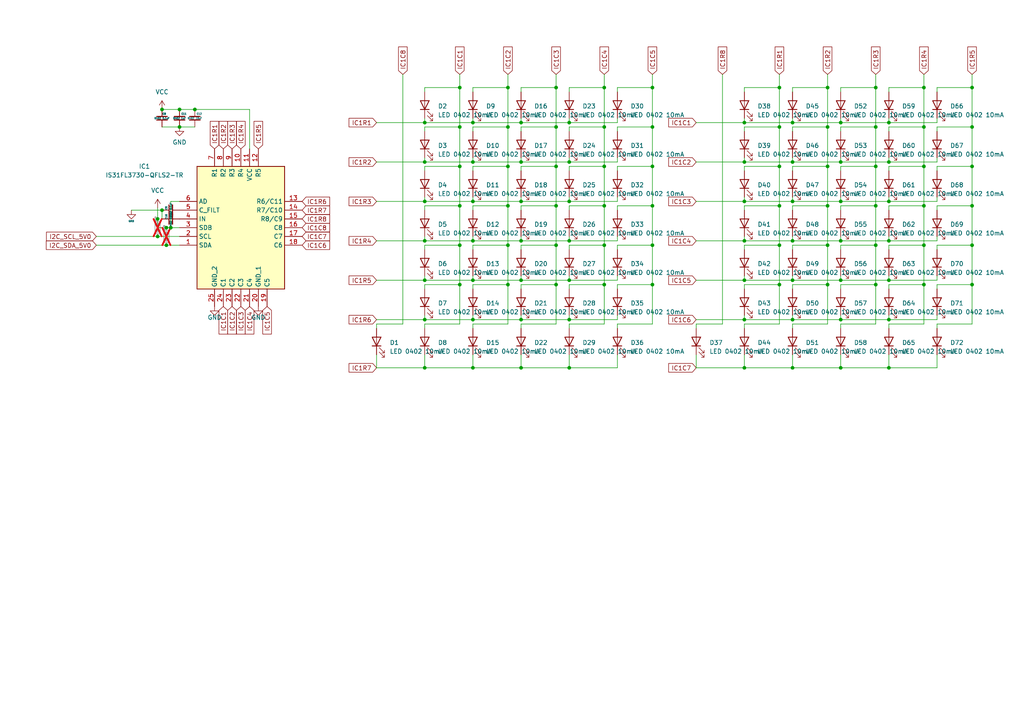
<source format=kicad_sch>
(kicad_sch (version 20231120) (generator "eeschema") (generator_version "8.0")
  (paper "A4")
  (junction (at 254 71.12))
  (junction (at 137.16 92.71))
  (junction (at 133.35 71.12))
  (junction (at 137.16 69.85))
  (junction (at 137.16 46.99))
  (junction (at 257.81 58.42))
  (junction (at 243.84 92.71))
  (junction (at 254 59.69))
  (junction (at 45.72 63.5))
  (junction (at 240.03 82.55))
  (junction (at 229.87 46.99))
  (junction (at 267.97 71.12))
  (junction (at 229.87 92.71))
  (junction (at 161.29 71.12))
  (junction (at 189.23 36.83))
  (junction (at 243.84 35.56))
  (junction (at 175.26 59.69))
  (junction (at 56.515 31.75))
  (junction (at 215.9 81.28))
  (junction (at 243.84 106.68))
  (junction (at 137.16 58.42))
  (junction (at 281.94 59.69))
  (junction (at 243.84 69.85))
  (junction (at 267.97 59.69))
  (junction (at 215.9 58.42))
  (junction (at 240.03 71.12))
  (junction (at 147.32 71.12))
  (junction (at 229.87 69.85))
  (junction (at 165.1 58.42))
  (junction (at 226.06 71.12))
  (junction (at 257.81 106.68))
  (junction (at 45.72 68.58))
  (junction (at 165.1 106.68))
  (junction (at 254 48.26))
  (junction (at 215.9 46.99))
  (junction (at 161.29 59.69))
  (junction (at 267.97 48.26))
  (junction (at 229.87 106.68))
  (junction (at 165.1 69.85))
  (junction (at 281.94 25.4))
  (junction (at 151.13 81.28))
  (junction (at 123.19 69.85))
  (junction (at 175.26 71.12))
  (junction (at 123.19 35.56))
  (junction (at 147.32 48.26))
  (junction (at 52.07 36.83))
  (junction (at 226.06 82.55))
  (junction (at 281.94 48.26))
  (junction (at 123.19 81.28))
  (junction (at 161.29 36.83))
  (junction (at 165.1 92.71))
  (junction (at 257.81 69.85))
  (junction (at 175.26 82.55))
  (junction (at 123.19 106.68))
  (junction (at 267.97 25.4))
  (junction (at 123.19 92.71))
  (junction (at 151.13 46.99))
  (junction (at 254 82.55))
  (junction (at 240.03 36.83))
  (junction (at 189.23 48.26))
  (junction (at 147.32 25.4))
  (junction (at 189.23 82.55))
  (junction (at 189.23 25.4))
  (junction (at 229.87 81.28))
  (junction (at 137.16 35.56))
  (junction (at 151.13 92.71))
  (junction (at 226.06 48.26))
  (junction (at 161.29 48.26))
  (junction (at 151.13 69.85))
  (junction (at 165.1 46.99))
  (junction (at 175.26 48.26))
  (junction (at 267.97 36.83))
  (junction (at 147.32 36.83))
  (junction (at 137.16 106.68))
  (junction (at 254 36.83))
  (junction (at 151.13 106.68))
  (junction (at 133.35 59.69))
  (junction (at 240.03 48.26))
  (junction (at 281.94 71.12))
  (junction (at 189.23 59.69))
  (junction (at 49.53 66.04))
  (junction (at 215.9 92.71))
  (junction (at 46.99 31.75))
  (junction (at 215.9 69.85))
  (junction (at 151.13 58.42))
  (junction (at 267.97 82.55))
  (junction (at 281.94 36.83))
  (junction (at 175.26 36.83))
  (junction (at 243.84 46.99))
  (junction (at 240.03 59.69))
  (junction (at 229.87 35.56))
  (junction (at 147.32 82.55))
  (junction (at 226.06 36.83))
  (junction (at 243.84 81.28))
  (junction (at 123.19 58.42))
  (junction (at 165.1 81.28))
  (junction (at 151.13 35.56))
  (junction (at 52.07 31.75))
  (junction (at 161.29 25.4))
  (junction (at 215.9 35.56))
  (junction (at 46.99 60.96))
  (junction (at 189.23 71.12))
  (junction (at 175.26 25.4))
  (junction (at 133.35 36.83))
  (junction (at 215.9 106.68))
  (junction (at 161.29 82.55))
  (junction (at 123.19 46.99))
  (junction (at 257.81 35.56))
  (junction (at 257.81 92.71))
  (junction (at 133.35 25.4))
  (junction (at 257.81 81.28))
  (junction (at 240.03 25.4))
  (junction (at 229.87 58.42))
  (junction (at 254 25.4))
  (junction (at 137.16 81.28))
  (junction (at 281.94 82.55))
  (junction (at 133.35 48.26))
  (junction (at 226.06 25.4))
  (junction (at 165.1 35.56))
  (junction (at 48.26 71.12))
  (junction (at 48.26 66.04))
  (junction (at 243.84 58.42))
  (junction (at 226.06 59.69))
  (junction (at 257.81 46.99))
  (junction (at 147.32 59.69))
  (junction (at 133.35 82.55))
  (wire (pts (xy 257.81 83.82) (xy 257.81 82.55)))
  (wire (pts (xy 215.9 25.4) (xy 226.06 25.4)))
  (wire (pts (xy 151.13 26.67) (xy 151.13 25.4)))
  (wire (pts (xy 123.19 45.72) (xy 123.19 46.99)))
  (wire (pts (xy 151.13 92.71) (xy 165.1 92.71)))
  (wire (pts (xy 215.9 58.42) (xy 229.87 58.42)))
  (wire (pts (xy 165.1 36.83) (xy 175.26 36.83)))
  (wire (pts (xy 271.78 48.26) (xy 281.94 48.26)))
  (wire (pts (xy 48.26 71.12) (xy 52.07 71.12)))
  (wire (pts (xy 123.19 36.83) (xy 133.35 36.83)))
  (wire (pts (xy 229.87 57.15) (xy 229.87 58.42)))
  (wire (pts (xy 151.13 91.44) (xy 151.13 92.71)))
  (wire (pts (xy 175.26 93.98) (xy 165.1 93.98)))
  (wire (pts (xy 123.19 72.39) (xy 123.19 71.12)))
  (wire (pts (xy 116.84 93.98) (xy 109.22 93.98)))
  (wire (pts (xy 229.87 59.69) (xy 240.03 59.69)))
  (wire (pts (xy 271.78 25.4) (xy 281.94 25.4)))
  (wire (pts (xy 229.87 91.44) (xy 229.87 92.71)))
  (wire (pts (xy 281.94 36.83) (xy 281.94 25.4)))
  (wire (pts (xy 271.78 81.28) (xy 271.78 80.01)))
  (wire (pts (xy 147.32 25.4) (xy 147.32 36.83)))
  (wire (pts (xy 240.03 48.26) (xy 240.03 59.69)))
  (wire (pts (xy 151.13 102.87) (xy 151.13 106.68)))
  (wire (pts (xy 175.26 21.59) (xy 175.26 25.4)))
  (wire (pts (xy 147.32 48.26) (xy 147.32 59.69)))
  (wire (pts (xy 271.78 93.98) (xy 271.78 95.25)))
  (wire (pts (xy 151.13 46.99) (xy 165.1 46.99)))
  (wire (pts (xy 240.03 25.4) (xy 240.03 36.83)))
  (wire (pts (xy 257.81 58.42) (xy 271.78 58.42)))
  (wire (pts (xy 267.97 25.4) (xy 267.97 36.83)))
  (wire (pts (xy 209.55 93.98) (xy 201.93 93.98)))
  (wire (pts (xy 165.1 93.98) (xy 165.1 95.25)))
  (wire (pts (xy 229.87 60.96) (xy 229.87 59.69)))
  (wire (pts (xy 201.93 92.71) (xy 215.9 92.71)))
  (wire (pts (xy 147.32 82.55) (xy 147.32 93.98)))
  (wire (pts (xy 161.29 71.12) (xy 161.29 82.55)))
  (wire (pts (xy 151.13 60.96) (xy 151.13 59.69)))
  (wire (pts (xy 165.1 80.01) (xy 165.1 81.28)))
  (wire (pts (xy 165.1 68.58) (xy 165.1 69.85)))
  (wire (pts (xy 215.9 72.39) (xy 215.9 71.12)))
  (wire (pts (xy 151.13 82.55) (xy 161.29 82.55)))
  (wire (pts (xy 109.22 58.42) (xy 123.19 58.42)))
  (wire (pts (xy 243.84 48.26) (xy 254 48.26)))
  (wire (pts (xy 137.16 48.26) (xy 147.32 48.26)))
  (wire (pts (xy 215.9 59.69) (xy 226.06 59.69)))
  (wire (pts (xy 257.81 46.99) (xy 271.78 46.99)))
  (wire (pts (xy 123.19 71.12) (xy 133.35 71.12)))
  (wire (pts (xy 271.78 38.1) (xy 271.78 36.83)))
  (wire (pts (xy 133.35 36.83) (xy 133.35 48.26)))
  (wire (pts (xy 123.19 46.99) (xy 137.16 46.99)))
  (wire (pts (xy 137.16 69.85) (xy 151.13 69.85)))
  (wire (pts (xy 271.78 92.71) (xy 271.78 91.44)))
  (wire (pts (xy 240.03 82.55) (xy 240.03 93.98)))
  (wire (pts (xy 72.39 43.18) (xy 72.39 31.75)))
  (wire (pts (xy 123.19 38.1) (xy 123.19 36.83)))
  (wire (pts (xy 257.81 26.67) (xy 257.81 25.4)))
  (wire (pts (xy 109.22 106.68) (xy 109.22 102.87)))
  (wire (pts (xy 161.29 21.59) (xy 161.29 25.4)))
  (wire (pts (xy 147.32 71.12) (xy 147.32 82.55)))
  (wire (pts (xy 109.22 69.85) (xy 123.19 69.85)))
  (wire (pts (xy 151.13 45.72) (xy 151.13 46.99)))
  (wire (pts (xy 48.26 66.04) (xy 49.53 66.04)))
  (wire (pts (xy 147.32 21.59) (xy 147.32 25.4)))
  (wire (pts (xy 165.1 46.99) (xy 179.07 46.99)))
  (wire (pts (xy 109.22 46.99) (xy 123.19 46.99)))
  (wire (pts (xy 179.07 60.96) (xy 179.07 59.69)))
  (wire (pts (xy 243.84 72.39) (xy 243.84 71.12)))
  (wire (pts (xy 123.19 93.98) (xy 123.19 95.25)))
  (wire (pts (xy 151.13 93.98) (xy 151.13 95.25)))
  (wire (pts (xy 267.97 93.98) (xy 257.81 93.98)))
  (wire (pts (xy 215.9 93.98) (xy 215.9 95.25)))
  (wire (pts (xy 179.07 59.69) (xy 189.23 59.69)))
  (wire (pts (xy 254 93.98) (xy 243.84 93.98)))
  (wire (pts (xy 175.26 25.4) (xy 175.26 36.83)))
  (wire (pts (xy 240.03 36.83) (xy 240.03 48.26)))
  (wire (pts (xy 123.19 34.29) (xy 123.19 35.56)))
  (wire (pts (xy 137.16 58.42) (xy 151.13 58.42)))
  (wire (pts (xy 175.26 71.12) (xy 175.26 82.55)))
  (wire (pts (xy 271.78 59.69) (xy 281.94 59.69)))
  (wire (pts (xy 45.72 63.5) (xy 45.72 66.04)))
  (wire (pts (xy 281.94 48.26) (xy 281.94 36.83)))
  (wire (pts (xy 137.16 81.28) (xy 151.13 81.28)))
  (wire (pts (xy 281.94 93.98) (xy 281.94 82.55)))
  (wire (pts (xy 165.1 71.12) (xy 175.26 71.12)))
  (wire (pts (xy 229.87 38.1) (xy 229.87 36.83)))
  (wire (pts (xy 215.9 34.29) (xy 215.9 35.56)))
  (wire (pts (xy 133.35 59.69) (xy 133.35 71.12)))
  (wire (pts (xy 123.19 26.67) (xy 123.19 25.4)))
  (wire (pts (xy 257.81 38.1) (xy 257.81 36.83)))
  (wire (pts (xy 165.1 72.39) (xy 165.1 71.12)))
  (wire (pts (xy 189.23 36.83) (xy 189.23 25.4)))
  (wire (pts (xy 243.84 82.55) (xy 254 82.55)))
  (wire (pts (xy 257.81 34.29) (xy 257.81 35.56)))
  (wire (pts (xy 116.84 21.59) (xy 116.84 93.98)))
  (wire (pts (xy 179.07 69.85) (xy 179.07 68.58)))
  (wire (pts (xy 201.93 35.56) (xy 215.9 35.56)))
  (wire (pts (xy 281.94 82.55) (xy 281.94 71.12)))
  (wire (pts (xy 123.19 35.56) (xy 137.16 35.56)))
  (wire (pts (xy 243.84 102.87) (xy 243.84 106.68)))
  (wire (pts (xy 175.26 59.69) (xy 175.26 71.12)))
  (wire (pts (xy 281.94 25.4) (xy 281.94 21.59)))
  (wire (pts (xy 271.78 93.98) (xy 281.94 93.98)))
  (wire (pts (xy 243.84 46.99) (xy 257.81 46.99)))
  (wire (pts (xy 179.07 92.71) (xy 179.07 91.44)))
  (wire (pts (xy 215.9 57.15) (xy 215.9 58.42)))
  (wire (pts (xy 229.87 83.82) (xy 229.87 82.55)))
  (wire (pts (xy 123.19 82.55) (xy 133.35 82.55)))
  (wire (pts (xy 137.16 68.58) (xy 137.16 69.85)))
  (wire (pts (xy 137.16 34.29) (xy 137.16 35.56)))
  (wire (pts (xy 243.84 69.85) (xy 257.81 69.85)))
  (wire (pts (xy 257.81 106.68) (xy 271.78 106.68)))
  (wire (pts (xy 179.07 25.4) (xy 189.23 25.4)))
  (wire (pts (xy 257.81 36.83) (xy 267.97 36.83)))
  (wire (pts (xy 151.13 81.28) (xy 165.1 81.28)))
  (wire (pts (xy 179.07 38.1) (xy 179.07 36.83)))
  (wire (pts (xy 215.9 46.99) (xy 229.87 46.99)))
  (wire (pts (xy 109.22 81.28) (xy 123.19 81.28)))
  (wire (pts (xy 254 71.12) (xy 254 82.55)))
  (wire (pts (xy 123.19 106.68) (xy 137.16 106.68)))
  (wire (pts (xy 165.1 38.1) (xy 165.1 36.83)))
  (wire (pts (xy 229.87 68.58) (xy 229.87 69.85)))
  (wire (pts (xy 243.84 58.42) (xy 257.81 58.42)))
  (wire (pts (xy 257.81 80.01) (xy 257.81 81.28)))
  (wire (pts (xy 215.9 49.53) (xy 215.9 48.26)))
  (wire (pts (xy 201.93 69.85) (xy 215.9 69.85)))
  (wire (pts (xy 243.84 35.56) (xy 257.81 35.56)))
  (wire (pts (xy 137.16 35.56) (xy 151.13 35.56)))
  (wire (pts (xy 179.07 35.56) (xy 179.07 34.29)))
  (wire (pts (xy 137.16 36.83) (xy 147.32 36.83)))
  (wire (pts (xy 179.07 46.99) (xy 179.07 45.72)))
  (wire (pts (xy 243.84 71.12) (xy 254 71.12)))
  (wire (pts (xy 226.06 93.98) (xy 215.9 93.98)))
  (wire (pts (xy 226.06 36.83) (xy 226.06 48.26)))
  (wire (pts (xy 46.99 60.96) (xy 38.1 60.96)))
  (wire (pts (xy 229.87 80.01) (xy 229.87 81.28)))
  (wire (pts (xy 27.94 71.12) (xy 48.26 71.12)))
  (wire (pts (xy 133.35 48.26) (xy 133.35 59.69)))
  (wire (pts (xy 271.78 69.85) (xy 271.78 68.58)))
  (wire (pts (xy 151.13 69.85) (xy 165.1 69.85)))
  (wire (pts (xy 151.13 38.1) (xy 151.13 36.83)))
  (wire (pts (xy 151.13 57.15) (xy 151.13 58.42)))
  (wire (pts (xy 215.9 81.28) (xy 229.87 81.28)))
  (wire (pts (xy 201.93 58.42) (xy 215.9 58.42)))
  (wire (pts (xy 175.26 36.83) (xy 175.26 48.26)))
  (wire (pts (xy 257.81 48.26) (xy 267.97 48.26)))
  (wire (pts (xy 257.81 59.69) (xy 267.97 59.69)))
  (wire (pts (xy 281.94 71.12) (xy 281.94 59.69)))
  (wire (pts (xy 109.22 92.71) (xy 123.19 92.71)))
  (wire (pts (xy 267.97 48.26) (xy 267.97 59.69)))
  (wire (pts (xy 123.19 81.28) (xy 137.16 81.28)))
  (wire (pts (xy 165.1 57.15) (xy 165.1 58.42)))
  (wire (pts (xy 254 21.59) (xy 254 25.4)))
  (wire (pts (xy 56.515 36.83) (xy 52.07 36.83)))
  (wire (pts (xy 229.87 93.98) (xy 229.87 95.25)))
  (wire (pts (xy 165.1 106.68) (xy 179.07 106.68)))
  (wire (pts (xy 243.84 83.82) (xy 243.84 82.55)))
  (wire (pts (xy 137.16 71.12) (xy 147.32 71.12)))
  (wire (pts (xy 226.06 71.12) (xy 226.06 82.55)))
  (wire (pts (xy 243.84 91.44) (xy 243.84 92.71)))
  (wire (pts (xy 179.07 36.83) (xy 189.23 36.83)))
  (wire (pts (xy 165.1 91.44) (xy 165.1 92.71)))
  (wire (pts (xy 267.97 59.69) (xy 267.97 71.12)))
  (wire (pts (xy 243.84 26.67) (xy 243.84 25.4)))
  (wire (pts (xy 165.1 26.67) (xy 165.1 25.4)))
  (wire (pts (xy 257.81 68.58) (xy 257.81 69.85)))
  (wire (pts (xy 201.93 106.68) (xy 201.93 102.87)))
  (wire (pts (xy 229.87 26.67) (xy 229.87 25.4)))
  (wire (pts (xy 123.19 57.15) (xy 123.19 58.42)))
  (wire (pts (xy 161.29 82.55) (xy 161.29 93.98)))
  (wire (pts (xy 267.97 36.83) (xy 267.97 48.26)))
  (wire (pts (xy 165.1 82.55) (xy 175.26 82.55)))
  (wire (pts (xy 267.97 21.59) (xy 267.97 25.4)))
  (wire (pts (xy 123.19 68.58) (xy 123.19 69.85)))
  (wire (pts (xy 209.55 21.59) (xy 209.55 93.98)))
  (wire (pts (xy 123.19 48.26) (xy 133.35 48.26)))
  (wire (pts (xy 151.13 71.12) (xy 161.29 71.12)))
  (wire (pts (xy 165.1 83.82) (xy 165.1 82.55)))
  (wire (pts (xy 161.29 93.98) (xy 151.13 93.98)))
  (wire (pts (xy 257.81 72.39) (xy 257.81 71.12)))
  (wire (pts (xy 267.97 71.12) (xy 267.97 82.55)))
  (wire (pts (xy 151.13 72.39) (xy 151.13 71.12)))
  (wire (pts (xy 257.81 69.85) (xy 271.78 69.85)))
  (wire (pts (xy 109.22 93.98) (xy 109.22 95.25)))
  (wire (pts (xy 271.78 60.96) (xy 271.78 59.69)))
  (wire (pts (xy 123.19 49.53) (xy 123.19 48.26)))
  (wire (pts (xy 161.29 59.69) (xy 161.29 71.12)))
  (wire (pts (xy 137.16 106.68) (xy 151.13 106.68)))
  (wire (pts (xy 123.19 59.69) (xy 133.35 59.69)))
  (wire (pts (xy 137.16 26.67) (xy 137.16 25.4)))
  (wire (pts (xy 165.1 81.28) (xy 179.07 81.28)))
  (wire (pts (xy 243.84 81.28) (xy 257.81 81.28)))
  (wire (pts (xy 243.84 80.01) (xy 243.84 81.28)))
  (wire (pts (xy 123.19 80.01) (xy 123.19 81.28)))
  (wire (pts (xy 123.19 83.82) (xy 123.19 82.55)))
  (wire (pts (xy 27.94 68.58) (xy 45.72 68.58)))
  (wire (pts (xy 165.1 35.56) (xy 179.07 35.56)))
  (wire (pts (xy 240.03 59.69) (xy 240.03 71.12)))
  (wire (pts (xy 271.78 102.87) (xy 271.78 106.68)))
  (wire (pts (xy 137.16 45.72) (xy 137.16 46.99)))
  (wire (pts (xy 46.99 60.96) (xy 46.99 63.5)))
  (wire (pts (xy 254 25.4) (xy 254 36.83)))
  (wire (pts (xy 215.9 91.44) (xy 215.9 92.71)))
  (wire (pts (xy 240.03 71.12) (xy 240.03 82.55)))
  (wire (pts (xy 165.1 92.71) (xy 179.07 92.71)))
  (wire (pts (xy 271.78 36.83) (xy 281.94 36.83)))
  (wire (pts (xy 243.84 92.71) (xy 257.81 92.71)))
  (wire (pts (xy 243.84 25.4) (xy 254 25.4)))
  (wire (pts (xy 229.87 71.12) (xy 240.03 71.12)))
  (wire (pts (xy 229.87 81.28) (xy 243.84 81.28)))
  (wire (pts (xy 165.1 102.87) (xy 165.1 106.68)))
  (wire (pts (xy 243.84 49.53) (xy 243.84 48.26)))
  (wire (pts (xy 215.9 69.85) (xy 229.87 69.85)))
  (wire (pts (xy 243.84 45.72) (xy 243.84 46.99)))
  (wire (pts (xy 267.97 82.55) (xy 267.97 93.98)))
  (wire (pts (xy 240.03 93.98) (xy 229.87 93.98)))
  (wire (pts (xy 45.72 68.58) (xy 52.07 68.58)))
  (wire (pts (xy 179.07 82.55) (xy 189.23 82.55)))
  (wire (pts (xy 46.99 31.75) (xy 52.07 31.75)))
  (wire (pts (xy 243.84 59.69) (xy 254 59.69)))
  (wire (pts (xy 215.9 82.55) (xy 226.06 82.55)))
  (wire (pts (xy 243.84 68.58) (xy 243.84 69.85)))
  (wire (pts (xy 133.35 93.98) (xy 123.19 93.98)))
  (wire (pts (xy 179.07 83.82) (xy 179.07 82.55)))
  (wire (pts (xy 243.84 36.83) (xy 254 36.83)))
  (wire (pts (xy 271.78 72.39) (xy 271.78 71.12)))
  (wire (pts (xy 271.78 35.56) (xy 271.78 34.29)))
  (wire (pts (xy 257.81 57.15) (xy 257.81 58.42)))
  (wire (pts (xy 271.78 82.55) (xy 281.94 82.55)))
  (wire (pts (xy 175.26 82.55) (xy 175.26 93.98)))
  (wire (pts (xy 45.72 60.325) (xy 45.72 63.5)))
  (wire (pts (xy 151.13 34.29) (xy 151.13 35.56)))
  (wire (pts (xy 281.94 59.69) (xy 281.94 48.26)))
  (wire (pts (xy 151.13 36.83) (xy 161.29 36.83)))
  (wire (pts (xy 257.81 102.87) (xy 257.81 106.68)))
  (wire (pts (xy 109.22 106.68) (xy 123.19 106.68)))
  (wire (pts (xy 137.16 59.69) (xy 147.32 59.69)))
  (wire (pts (xy 243.84 93.98) (xy 243.84 95.25)))
  (wire (pts (xy 165.1 48.26) (xy 175.26 48.26)))
  (wire (pts (xy 137.16 80.01) (xy 137.16 81.28)))
  (wire (pts (xy 189.23 59.69) (xy 189.23 48.26)))
  (wire (pts (xy 229.87 102.87) (xy 229.87 106.68)))
  (wire (pts (xy 189.23 71.12) (xy 189.23 59.69)))
  (wire (pts (xy 215.9 35.56) (xy 229.87 35.56)))
  (wire (pts (xy 229.87 106.68) (xy 243.84 106.68)))
  (wire (pts (xy 201.93 81.28) (xy 215.9 81.28)))
  (wire (pts (xy 254 59.69) (xy 254 71.12)))
  (wire (pts (xy 165.1 34.29) (xy 165.1 35.56)))
  (wire (pts (xy 161.29 25.4) (xy 161.29 36.83)))
  (wire (pts (xy 137.16 46.99) (xy 151.13 46.99)))
  (wire (pts (xy 189.23 82.55) (xy 189.23 71.12)))
  (wire (pts (xy 229.87 82.55) (xy 240.03 82.55)))
  (wire (pts (xy 179.07 26.67) (xy 179.07 25.4)))
  (wire (pts (xy 147.32 59.69) (xy 147.32 71.12)))
  (wire (pts (xy 151.13 83.82) (xy 151.13 82.55)))
  (wire (pts (xy 215.9 36.83) (xy 226.06 36.83)))
  (wire (pts (xy 151.13 58.42) (xy 165.1 58.42)))
  (wire (pts (xy 215.9 106.68) (xy 229.87 106.68)))
  (wire (pts (xy 52.07 36.83) (xy 46.99 36.83)))
  (wire (pts (xy 257.81 49.53) (xy 257.81 48.26)))
  (wire (pts (xy 243.84 106.68) (xy 257.81 106.68)))
  (wire (pts (xy 189.23 25.4) (xy 189.23 21.59)))
  (wire (pts (xy 226.06 82.55) (xy 226.06 93.98)))
  (wire (pts (xy 49.53 66.04) (xy 52.07 66.04)))
  (wire (pts (xy 201.93 106.68) (xy 215.9 106.68)))
  (wire (pts (xy 257.81 92.71) (xy 271.78 92.71)))
  (wire (pts (xy 151.13 59.69) (xy 161.29 59.69)))
  (wire (pts (xy 165.1 59.69) (xy 175.26 59.69)))
  (wire (pts (xy 137.16 60.96) (xy 137.16 59.69)))
  (wire (pts (xy 137.16 38.1) (xy 137.16 36.83)))
  (wire (pts (xy 123.19 60.96) (xy 123.19 59.69)))
  (wire (pts (xy 271.78 49.53) (xy 271.78 48.26)))
  (wire (pts (xy 133.35 71.12) (xy 133.35 82.55)))
  (wire (pts (xy 133.35 21.59) (xy 133.35 25.4)))
  (wire (pts (xy 137.16 25.4) (xy 147.32 25.4)))
  (wire (pts (xy 215.9 48.26) (xy 226.06 48.26)))
  (wire (pts (xy 243.84 38.1) (xy 243.84 36.83)))
  (wire (pts (xy 243.84 34.29) (xy 243.84 35.56)))
  (wire (pts (xy 215.9 102.87) (xy 215.9 106.68)))
  (wire (pts (xy 257.81 91.44) (xy 257.81 92.71)))
  (wire (pts (xy 179.07 102.87) (xy 179.07 106.68)))
  (wire (pts (xy 151.13 25.4) (xy 161.29 25.4)))
  (wire (pts (xy 151.13 49.53) (xy 151.13 48.26)))
  (wire (pts (xy 257.81 25.4) (xy 267.97 25.4)))
  (wire (pts (xy 229.87 92.71) (xy 243.84 92.71)))
  (wire (pts (xy 215.9 83.82) (xy 215.9 82.55)))
  (wire (pts (xy 151.13 106.68) (xy 165.1 106.68)))
  (wire (pts (xy 257.81 45.72) (xy 257.81 46.99)))
  (wire (pts (xy 137.16 102.87) (xy 137.16 106.68)))
  (wire (pts (xy 215.9 68.58) (xy 215.9 69.85)))
  (wire (pts (xy 229.87 69.85) (xy 243.84 69.85)))
  (wire (pts (xy 151.13 35.56) (xy 165.1 35.56)))
  (wire (pts (xy 161.29 48.26) (xy 161.29 59.69)))
  (wire (pts (xy 226.06 59.69) (xy 226.06 71.12)))
  (wire (pts (xy 179.07 58.42) (xy 179.07 57.15)))
  (wire (pts (xy 123.19 58.42) (xy 137.16 58.42)))
  (wire (pts (xy 226.06 25.4) (xy 226.06 36.83)))
  (wire (pts (xy 271.78 83.82) (xy 271.78 82.55)))
  (wire (pts (xy 147.32 36.83) (xy 147.32 48.26)))
  (wire (pts (xy 189.23 48.26) (xy 189.23 36.83)))
  (wire (pts (xy 137.16 92.71) (xy 151.13 92.71)))
  (wire (pts (xy 229.87 36.83) (xy 240.03 36.83)))
  (wire (pts (xy 240.03 21.59) (xy 240.03 25.4)))
  (wire (pts (xy 257.81 93.98) (xy 257.81 95.25)))
  (wire (pts (xy 109.22 35.56) (xy 123.19 35.56)))
  (wire (pts (xy 123.19 91.44) (xy 123.19 92.71)))
  (wire (pts (xy 179.07 48.26) (xy 189.23 48.26)))
  (wire (pts (xy 215.9 26.67) (xy 215.9 25.4)))
  (wire (pts (xy 175.26 48.26) (xy 175.26 59.69)))
  (wire (pts (xy 151.13 48.26) (xy 161.29 48.26)))
  (wire (pts (xy 133.35 25.4) (xy 133.35 36.83)))
  (wire (pts (xy 151.13 68.58) (xy 151.13 69.85)))
  (wire (pts (xy 179.07 49.53) (xy 179.07 48.26)))
  (wire (pts (xy 229.87 48.26) (xy 240.03 48.26)))
  (wire (pts (xy 257.81 82.55) (xy 267.97 82.55)))
  (wire (pts (xy 179.07 72.39) (xy 179.07 71.12)))
  (wire (pts (xy 123.19 25.4) (xy 133.35 25.4)))
  (wire (pts (xy 123.19 102.87) (xy 123.19 106.68)))
  (wire (pts (xy 215.9 38.1) (xy 215.9 36.83)))
  (wire (pts (xy 201.93 46.99) (xy 215.9 46.99)))
  (wire (pts (xy 257.81 35.56) (xy 271.78 35.56)))
  (wire (pts (xy 229.87 46.99) (xy 243.84 46.99)))
  (wire (pts (xy 179.07 71.12) (xy 189.23 71.12)))
  (wire (pts (xy 165.1 45.72) (xy 165.1 46.99)))
  (wire (pts (xy 45.72 66.04) (xy 48.26 66.04)))
  (wire (pts (xy 229.87 45.72) (xy 229.87 46.99)))
  (wire (pts (xy 229.87 49.53) (xy 229.87 48.26)))
  (wire (pts (xy 257.81 71.12) (xy 267.97 71.12)))
  (wire (pts (xy 243.84 60.96) (xy 243.84 59.69)))
  (wire (pts (xy 215.9 60.96) (xy 215.9 59.69)))
  (wire (pts (xy 179.07 81.28) (xy 179.07 80.01)))
  (wire (pts (xy 271.78 58.42) (xy 271.78 57.15)))
  (wire (pts (xy 165.1 60.96) (xy 165.1 59.69)))
  (wire (pts (xy 189.23 93.98) (xy 189.23 82.55)))
  (wire (pts (xy 123.19 69.85) (xy 137.16 69.85)))
  (wire (pts (xy 226.06 21.59) (xy 226.06 25.4)))
  (wire (pts (xy 229.87 35.56) (xy 243.84 35.56)))
  (wire (pts (xy 215.9 80.01) (xy 215.9 81.28)))
  (wire (pts (xy 215.9 45.72) (xy 215.9 46.99)))
  (wire (pts (xy 271.78 71.12) (xy 281.94 71.12)))
  (wire (pts (xy 243.84 57.15) (xy 243.84 58.42)))
  (wire (pts (xy 137.16 82.55) (xy 147.32 82.55)))
  (wire (pts (xy 215.9 92.71) (xy 229.87 92.71)))
  (wire (pts (xy 52.07 58.42) (xy 49.53 58.42)))
  (wire (pts (xy 271.78 46.99) (xy 271.78 45.72)))
  (wire (pts (xy 49.53 58.42) (xy 49.53 66.04)))
  (wire (pts (xy 56.515 31.75) (xy 52.07 31.75)))
  (wire (pts (xy 226.06 48.26) (xy 226.06 59.69)))
  (wire (pts (xy 254 82.55) (xy 254 93.98)))
  (wire (pts (xy 179.07 93.98) (xy 189.23 93.98)))
  (wire (pts (xy 229.87 58.42) (xy 243.84 58.42)))
  (wire (pts (xy 151.13 80.01) (xy 151.13 81.28)))
  (wire (pts (xy 137.16 57.15) (xy 137.16 58.42)))
  (wire (pts (xy 257.81 81.28) (xy 271.78 81.28)))
  (wire (pts (xy 254 48.26) (xy 254 59.69)))
  (wire (pts (xy 137.16 93.98) (xy 137.16 95.25)))
  (wire (pts (xy 271.78 26.67) (xy 271.78 25.4)))
  (wire (pts (xy 229.87 34.29) (xy 229.87 35.56)))
  (wire (pts (xy 215.9 71.12) (xy 226.06 71.12)))
  (wire (pts (xy 229.87 25.4) (xy 240.03 25.4)))
  (wire (pts (xy 147.32 93.98) (xy 137.16 93.98)))
  (wire (pts (xy 56.515 31.75) (xy 72.39 31.75)))
  (wire (pts (xy 137.16 91.44) (xy 137.16 92.71)))
  (wire (pts (xy 165.1 69.85) (xy 179.07 69.85)))
  (wire (pts (xy 229.87 72.39) (xy 229.87 71.12)))
  (wire (pts (xy 137.16 49.53) (xy 137.16 48.26)))
  (wire (pts (xy 165.1 58.42) (xy 179.07 58.42)))
  (wire (pts (xy 137.16 83.82) (xy 137.16 82.55)))
  (wire (pts (xy 254 36.83) (xy 254 48.26)))
  (wire (pts (xy 161.29 36.83) (xy 161.29 48.26)))
  (wire (pts (xy 165.1 25.4) (xy 175.26 25.4)))
  (wire (pts (xy 137.16 72.39) (xy 137.16 71.12)))
  (wire (pts (xy 257.81 60.96) (xy 257.81 59.69)))
  (wire (pts (xy 165.1 49.53) (xy 165.1 48.26)))
  (wire (pts (xy 123.19 92.71) (xy 137.16 92.71)))
  (wire (pts (xy 201.93 93.98) (xy 201.93 95.25)))
  (wire (pts (xy 133.35 82.55) (xy 133.35 93.98)))
  (wire (pts (xy 179.07 93.98) (xy 179.07 95.25)))
  (global_label "IC1R6" (shape input) (at 109.22 92.71 180) (property "Intersheetrefs" "${INTERSHEET_REFS}" (effects (hide yes))))
  (global_label "IC1C3" (shape input) (at 161.29 21.59 90) (property "Intersheetrefs" "${INTERSHEET_REFS}" (effects (hide yes))))
  (global_label "IC1R3" (shape input) (at 254 21.59 90) (property "Intersheetrefs" "${INTERSHEET_REFS}" (effects (hide yes))))
  (global_label "IC1C8" (shape input) (at 116.84 21.59 90) (property "Intersheetrefs" "${INTERSHEET_REFS}" (effects (hide yes))))
  (global_label "IC1C6" (shape input) (at 87.63 71.12 0) (property "Intersheetrefs" "${INTERSHEET_REFS}" (effects (hide yes))))
  (global_label "IC1C4" (shape input) (at 175.26 21.59 90) (property "Intersheetrefs" "${INTERSHEET_REFS}" (effects (hide yes))))
  (global_label "IC1R3" (shape input) (at 109.22 58.42 180) (property "Intersheetrefs" "${INTERSHEET_REFS}" (effects (hide yes))))
  (global_label "IC1C7" (shape input) (at 201.93 106.68 180) (property "Intersheetrefs" "${INTERSHEET_REFS}" (effects (hide yes))))
  (global_label "IC1C5" (shape input) (at 201.93 81.28 180) (property "Intersheetrefs" "${INTERSHEET_REFS}" (effects (hide yes))))
  (global_label "I2C_SDA_5V0" (shape input) (at 27.94 71.12 180) (property "Intersheetrefs" "${INTERSHEET_REFS}" (effects (hide yes))))
  (global_label "IC1C3" (shape input) (at 201.93 58.42 180) (property "Intersheetrefs" "${INTERSHEET_REFS}" (effects (hide yes))))
  (global_label "IC1R4" (shape input) (at 267.97 21.59 90) (property "Intersheetrefs" "${INTERSHEET_REFS}" (effects (hide yes))))
  (global_label "IC1R5" (shape input) (at 109.22 81.28 180) (property "Intersheetrefs" "${INTERSHEET_REFS}" (effects (hide yes))))
  (global_label "IC1R1" (shape input) (at 109.22 35.56 180) (property "Intersheetrefs" "${INTERSHEET_REFS}" (effects (hide yes))))
  (global_label "IC1C2" (shape input) (at 201.93 46.99 180) (property "Intersheetrefs" "${INTERSHEET_REFS}" (effects (hide yes))))
  (global_label "IC1R1" (shape input) (at 62.23 43.18 90) (property "Intersheetrefs" "${INTERSHEET_REFS}" (effects (hide yes))))
  (global_label "IC1C5" (shape input) (at 189.23 21.59 90) (property "Intersheetrefs" "${INTERSHEET_REFS}" (effects (hide yes))))
  (global_label "IC1C1" (shape input) (at 64.77 88.9 270) (property "Intersheetrefs" "${INTERSHEET_REFS}" (effects (hide yes))))
  (global_label "IC1C5" (shape input) (at 77.47 88.9 270) (property "Intersheetrefs" "${INTERSHEET_REFS}" (effects (hide yes))))
  (global_label "IC1R5" (shape input) (at 281.94 21.59 90) (property "Intersheetrefs" "${INTERSHEET_REFS}" (effects (hide yes))))
  (global_label "IC1R7" (shape input) (at 87.63 60.96 0) (property "Intersheetrefs" "${INTERSHEET_REFS}" (effects (hide yes))))
  (global_label "IC1R8" (shape input) (at 87.63 63.5 0) (property "Intersheetrefs" "${INTERSHEET_REFS}" (effects (hide yes))))
  (global_label "IC1R6" (shape input) (at 87.63 58.42 0) (property "Intersheetrefs" "${INTERSHEET_REFS}" (effects (hide yes))))
  (global_label "IC1R4" (shape input) (at 69.85 43.18 90) (property "Intersheetrefs" "${INTERSHEET_REFS}" (effects (hide yes))))
  (global_label "IC1R8" (shape input) (at 209.55 21.59 90) (property "Intersheetrefs" "${INTERSHEET_REFS}" (effects (hide yes))))
  (global_label "IC1C6" (shape input) (at 201.93 92.71 180) (property "Intersheetrefs" "${INTERSHEET_REFS}" (effects (hide yes))))
  (global_label "IC1C3" (shape input) (at 69.85 88.9 270) (property "Intersheetrefs" "${INTERSHEET_REFS}" (effects (hide yes))))
  (global_label "IC1C2" (shape input) (at 147.32 21.59 90) (property "Intersheetrefs" "${INTERSHEET_REFS}" (effects (hide yes))))
  (global_label "IC1R2" (shape input) (at 109.22 46.99 180) (property "Intersheetrefs" "${INTERSHEET_REFS}" (effects (hide yes))))
  (global_label "IC1C7" (shape input) (at 87.63 68.58 0) (property "Intersheetrefs" "${INTERSHEET_REFS}" (effects (hide yes))))
  (global_label "IC1C8" (shape input) (at 87.63 66.04 0) (property "Intersheetrefs" "${INTERSHEET_REFS}" (effects (hide yes))))
  (global_label "IC1C4" (shape input) (at 72.39 88.9 270) (property "Intersheetrefs" "${INTERSHEET_REFS}" (effects (hide yes))))
  (global_label "IC1C1" (shape input) (at 133.35 21.59 90) (property "Intersheetrefs" "${INTERSHEET_REFS}" (effects (hide yes))))
  (global_label "IC1R1" (shape input) (at 226.06 21.59 90) (property "Intersheetrefs" "${INTERSHEET_REFS}" (effects (hide yes))))
  (global_label "IC1R4" (shape input) (at 109.22 69.85 180) (property "Intersheetrefs" "${INTERSHEET_REFS}" (effects (hide yes))))
  (global_label "IC1R3" (shape input) (at 67.31 43.18 90) (property "Intersheetrefs" "${INTERSHEET_REFS}" (effects (hide yes))))
  (global_label "I2C_SCL_5V0" (shape input) (at 27.94 68.58 180) (property "Intersheetrefs" "${INTERSHEET_REFS}" (effects (hide yes))))
  (global_label "IC1C1" (shape input) (at 201.93 35.56 180) (property "Intersheetrefs" "${INTERSHEET_REFS}" (effects (hide yes))))
  (global_label "IC1R2" (shape input) (at 64.77 43.18 90) (property "Intersheetrefs" "${INTERSHEET_REFS}" (effects (hide yes))))
  (global_label "IC1R2" (shape input) (at 240.03 21.59 90) (property "Intersheetrefs" "${INTERSHEET_REFS}" (effects (hide yes))))
  (global_label "IC1C2" (shape input) (at 67.31 88.9 270) (property "Intersheetrefs" "${INTERSHEET_REFS}" (effects (hide yes))))
  (global_label "IC1R7" (shape input) (at 109.22 106.68 180) (property "Intersheetrefs" "${INTERSHEET_REFS}" (effects (hide yes))))
  (global_label "IC1R5" (shape input) (at 74.93 43.18 90) (property "Intersheetrefs" "${INTERSHEET_REFS}" (effects (hide yes))))
  (global_label "IC1C4" (shape input) (at 201.93 69.85 180) (property "Intersheetrefs" "${INTERSHEET_REFS}" (effects (hide yes))))
  (symbol (lib_id "Device:LED") (at 137.16 99.06 90) (unit 1)
    (property "Reference" "D15" (at 140.97 99.3775 90) (effects (justify right)))
    (property "Value" "LED 0402 10mA" (at 140.97 101.9175 90) (effects (justify right)))
    (property "Footprint" "LED_SMD:LED_0402_1005Metric" (effects (hide yes)))
  )
  (symbol (lib_id "Device:R_Small") (at 45.72 66.04 180) (unit 1) (on_board no) (dnp yes)
    (property "Reference" "R14" (at 45.085 63.5 90) (effects (font (size 0.5 0.5))))
    (property "Value" "10K 0402" (at 45.72 66.04 90) (effects (font (size 0.4 0.4))))
    (property "Footprint" "Resistor_SMD:R_0402_1005Metric" (effects (hide yes)))
  )
  (symbol (lib_id "Device:LED") (at 179.07 64.77 90) (unit 1)
    (property "Reference" "D33" (at 182.88 65.0875 90) (effects (justify right)))
    (property "Value" "LED 0402 10mA" (at 182.88 67.6275 90) (effects (justify right)))
    (property "Footprint" "LED_SMD:LED_0402_1005Metric" (effects (hide yes)))
  )
  (symbol (lib_id "Device:LED") (at 243.84 64.77 90) (unit 1)
    (property "Reference" "D55" (at 247.65 65.0875 90) (effects (justify right)))
    (property "Value" "LED 0402 10mA" (at 247.65 67.6275 90) (effects (justify right)))
    (property "Footprint" "LED_SMD:LED_0402_1005Metric" (effects (hide yes)))
  )
  (symbol (lib_id "power:GND") (at 74.93 88.9 0) (mirror y) (unit 1)
    (property "Reference" "#PWR029" (effects (hide yes)))
    (property "Value" "GND" (at 74.93 92.075 0))
  )
  (symbol (lib_id "Device:LED") (at 165.1 53.34 90) (unit 1)
    (property "Reference" "D25" (at 168.91 53.6575 90) (effects (justify right)))
    (property "Value" "LED 0402 10mA" (at 168.91 56.1975 90) (effects (justify right)))
    (property "Footprint" "LED_SMD:LED_0402_1005Metric" (effects (hide yes)))
  )
  (symbol (lib_id "Device:LED") (at 151.13 87.63 90) (unit 1)
    (property "Reference" "D21" (at 154.94 87.9475 90) (effects (justify right)))
    (property "Value" "LED 0402 10mA" (at 154.94 90.4875 90) (effects (justify right)))
    (property "Footprint" "LED_SMD:LED_0402_1005Metric" (effects (hide yes)))
  )
  (symbol (lib_id "Device:LED") (at 243.84 99.06 90) (unit 1)
    (property "Reference" "D58" (at 247.65 99.3775 90) (effects (justify right)))
    (property "Value" "LED 0402 10mA" (at 247.65 101.9175 90) (effects (justify right)))
    (property "Footprint" "LED_SMD:LED_0402_1005Metric" (effects (hide yes)))
  )
  (symbol (lib_id "Device:LED") (at 165.1 76.2 90) (unit 1)
    (property "Reference" "D27" (at 168.91 76.5175 90) (effects (justify right)))
    (property "Value" "LED 0402 10mA" (at 168.91 79.0575 90) (effects (justify right)))
    (property "Footprint" "LED_SMD:LED_0402_1005Metric" (effects (hide yes)))
  )
  (symbol (lib_id "Device:LED") (at 151.13 53.34 90) (unit 1)
    (property "Reference" "D18" (at 154.94 53.6575 90) (effects (justify right)))
    (property "Value" "LED 0402 10mA" (at 154.94 56.1975 90) (effects (justify right)))
    (property "Footprint" "LED_SMD:LED_0402_1005Metric" (effects (hide yes)))
  )
  (symbol (lib_id "Device:LED") (at 109.22 99.06 90) (unit 1)
    (property "Reference" "D1" (at 113.03 99.3775 90) (effects (justify right)))
    (property "Value" "LED 0402 10mA" (at 113.03 101.9175 90) (effects (justify right)))
    (property "Footprint" "LED_SMD:LED_0402_1005Metric" (effects (hide yes)))
  )
  (symbol (lib_id "Device:LED") (at 179.07 41.91 90) (unit 1)
    (property "Reference" "D31" (at 182.88 42.2275 90) (effects (justify right)))
    (property "Value" "LED 0402 10mA" (at 182.88 44.7675 90) (effects (justify right)))
    (property "Footprint" "LED_SMD:LED_0402_1005Metric" (effects (hide yes)))
  )
  (symbol (lib_id "power:GND") (at 38.1 60.96 0) (unit 1)
    (property "Reference" "#PWR024" (effects (hide yes)))
    (property "Value" "GND" (at 38.1 64.135 0) (effects (font (size 0.5 0.5))))
  )
  (symbol (lib_id "Device:LED") (at 151.13 30.48 90) (unit 1)
    (property "Reference" "D16" (at 154.94 30.7975 90) (effects (justify right)))
    (property "Value" "LED 0402 10mA" (at 154.94 33.3375 90) (effects (justify right)))
    (property "Footprint" "LED_SMD:LED_0402_1005Metric" (effects (hide yes)))
  )
  (symbol (lib_id "Device:LED") (at 137.16 41.91 90) (unit 1)
    (property "Reference" "D10" (at 140.97 42.2275 90) (effects (justify right)))
    (property "Value" "LED 0402 10mA" (at 140.97 44.7675 90) (effects (justify right)))
    (property "Footprint" "LED_SMD:LED_0402_1005Metric" (effects (hide yes)))
  )
  (symbol (lib_id "Device:LED") (at 179.07 87.63 90) (unit 1)
    (property "Reference" "D35" (at 182.88 87.9475 90) (effects (justify right)))
    (property "Value" "LED 0402 10mA" (at 182.88 90.4875 90) (effects (justify right)))
    (property "Footprint" "LED_SMD:LED_0402_1005Metric" (effects (hide yes)))
  )
  (symbol (lib_id "Device:LED") (at 179.07 76.2 90) (unit 1)
    (property "Reference" "D34" (at 182.88 76.5175 90) (effects (justify right)))
    (property "Value" "LED 0402 10mA" (at 182.88 79.0575 90) (effects (justify right)))
    (property "Footprint" "LED_SMD:LED_0402_1005Metric" (effects (hide yes)))
  )
  (symbol (lib_id "Device:LED") (at 229.87 64.77 90) (unit 1)
    (property "Reference" "D48" (at 233.68 65.0875 90) (effects (justify right)))
    (property "Value" "LED 0402 10mA" (at 233.68 67.6275 90) (effects (justify right)))
    (property "Footprint" "LED_SMD:LED_0402_1005Metric" (effects (hide yes)))
  )
  (symbol (lib_id "Device:R_Small") (at 48.26 68.58 180) (unit 1) (on_board no) (dnp yes)
    (property "Reference" "R15" (at 47.625 66.04 90) (effects (font (size 0.5 0.5))))
    (property "Value" "10K 0402" (at 48.26 68.58 90) (effects (font (size 0.4 0.4))))
    (property "Footprint" "Resistor_SMD:R_0402_1005Metric" (effects (hide yes)))
  )
  (symbol (lib_id "Device:LED") (at 215.9 76.2 90) (unit 1)
    (property "Reference" "D42" (at 219.71 76.5175 90) (effects (justify right)))
    (property "Value" "LED 0402 10mA" (at 219.71 79.0575 90) (effects (justify right)))
    (property "Footprint" "LED_SMD:LED_0402_1005Metric" (effects (hide yes)))
  )
  (symbol (lib_id "Device:LED") (at 151.13 64.77 90) (unit 1)
    (property "Reference" "D19" (at 154.94 65.0875 90) (effects (justify right)))
    (property "Value" "LED 0402 10mA" (at 154.94 67.6275 90) (effects (justify right)))
    (property "Footprint" "LED_SMD:LED_0402_1005Metric" (effects (hide yes)))
  )
  (symbol (lib_id "Device:LED") (at 123.19 41.91 90) (unit 1)
    (property "Reference" "D3" (at 127 42.2275 90) (effects (justify right)))
    (property "Value" "LED 0402 10mA" (at 127 44.7675 90) (effects (justify right)))
    (property "Footprint" "LED_SMD:LED_0402_1005Metric" (effects (hide yes)))
  )
  (symbol (lib_id "Device:LED") (at 271.78 99.06 90) (unit 1)
    (property "Reference" "D72" (at 275.59 99.3775 90) (effects (justify right)))
    (property "Value" "LED 0402 10mA" (at 275.59 101.9175 90) (effects (justify right)))
    (property "Footprint" "LED_SMD:LED_0402_1005Metric" (effects (hide yes)))
  )
  (symbol (lib_id "Device:LED") (at 257.81 99.06 90) (unit 1)
    (property "Reference" "D65" (at 261.62 99.3775 90) (effects (justify right)))
    (property "Value" "LED 0402 10mA" (at 261.62 101.9175 90) (effects (justify right)))
    (property "Footprint" "LED_SMD:LED_0402_1005Metric" (effects (hide yes)))
  )
  (symbol (lib_id "Device:LED") (at 215.9 99.06 90) (unit 1)
    (property "Reference" "D44" (at 219.71 99.3775 90) (effects (justify right)))
    (property "Value" "LED 0402 10mA" (at 219.71 101.9175 90) (effects (justify right)))
    (property "Footprint" "LED_SMD:LED_0402_1005Metric" (effects (hide yes)))
  )
  (symbol (lib_id "Device:LED") (at 165.1 64.77 90) (unit 1)
    (property "Reference" "D26" (at 168.91 65.0875 90) (effects (justify right)))
    (property "Value" "LED 0402 10mA" (at 168.91 67.6275 90) (effects (justify right)))
    (property "Footprint" "LED_SMD:LED_0402_1005Metric" (effects (hide yes)))
  )
  (symbol (lib_id "Device:LED") (at 257.81 53.34 90) (unit 1)
    (property "Reference" "D61" (at 261.62 53.6575 90) (effects (justify right)))
    (property "Value" "LED 0402 10mA" (at 261.62 56.1975 90) (effects (justify right)))
    (property "Footprint" "LED_SMD:LED_0402_1005Metric" (effects (hide yes)))
  )
  (symbol (lib_id "Device:LED") (at 215.9 41.91 90) (unit 1)
    (property "Reference" "D39" (at 219.71 42.2275 90) (effects (justify right)))
    (property "Value" "LED 0402 10mA" (at 219.71 44.7675 90) (effects (justify right)))
    (property "Footprint" "LED_SMD:LED_0402_1005Metric" (effects (hide yes)))
  )
  (symbol (lib_id "Device:LED") (at 165.1 99.06 90) (unit 1)
    (property "Reference" "D29" (at 168.91 99.3775 90) (effects (justify right)))
    (property "Value" "LED 0402 10mA" (at 168.91 101.9175 90) (effects (justify right)))
    (property "Footprint" "LED_SMD:LED_0402_1005Metric" (effects (hide yes)))
  )
  (symbol (lib_id "Device:LED") (at 165.1 30.48 90) (unit 1)
    (property "Reference" "D23" (at 168.91 30.7975 90) (effects (justify right)))
    (property "Value" "LED 0402 10mA" (at 168.91 33.3375 90) (effects (justify right)))
    (property "Footprint" "LED_SMD:LED_0402_1005Metric" (effects (hide yes)))
  )
  (symbol (lib_id "Device:LED") (at 271.78 53.34 90) (unit 1)
    (property "Reference" "D68" (at 275.59 53.6575 90) (effects (justify right)))
    (property "Value" "LED 0402 10mA" (at 275.59 56.1975 90) (effects (justify right)))
    (property "Footprint" "LED_SMD:LED_0402_1005Metric" (effects (hide yes)))
  )
  (symbol (lib_id "Device:C_Small") (at 52.07 34.29 0) (unit 1)
    (property "Reference" "C11" (at 53.34 33.02 0) (effects (font (size 0.5 0.5))))
    (property "Value" "0402 1uF" (at 52.07 34.29 0) (effects (font (size 0.5 0.5))))
    (property "Footprint" "Capacitor_SMD:C_0402_1005Metric" (effects (hide yes)))
  )
  (symbol (lib_id "Device:LED") (at 243.84 30.48 90) (unit 1)
    (property "Reference" "D52" (at 247.65 30.7975 90) (effects (justify right)))
    (property "Value" "LED 0402 10mA" (at 247.65 33.3375 90) (effects (justify right)))
    (property "Footprint" "LED_SMD:LED_0402_1005Metric" (effects (hide yes)))
  )
  (symbol (lib_id "Device:LED") (at 229.87 41.91 90) (unit 1)
    (property "Reference" "D46" (at 233.68 42.2275 90) (effects (justify right)))
    (property "Value" "LED 0402 10mA" (at 233.68 44.7675 90) (effects (justify right)))
    (property "Footprint" "LED_SMD:LED_0402_1005Metric" (effects (hide yes)))
  )
  (symbol (lib_id "Device:LED") (at 123.19 53.34 90) (unit 1)
    (property "Reference" "D4" (at 127 53.6575 90) (effects (justify right)))
    (property "Value" "LED 0402 10mA" (at 127 56.1975 90) (effects (justify right)))
    (property "Footprint" "LED_SMD:LED_0402_1005Metric" (effects (hide yes)))
  )
  (symbol (lib_id "Device:LED") (at 257.81 30.48 90) (unit 1)
    (property "Reference" "D59" (at 261.62 30.7975 90) (effects (justify right)))
    (property "Value" "LED 0402 10mA" (at 261.62 33.3375 90) (effects (justify right)))
    (property "Footprint" "LED_SMD:LED_0402_1005Metric" (effects (hide yes)))
  )
  (symbol (lib_id "Device:LED") (at 243.84 41.91 90) (unit 1)
    (property "Reference" "D53" (at 247.65 42.2275 90) (effects (justify right)))
    (property "Value" "LED 0402 10mA" (at 247.65 44.7675 90) (effects (justify right)))
    (property "Footprint" "LED_SMD:LED_0402_1005Metric" (effects (hide yes)))
  )
  (symbol (lib_id "Device:LED") (at 271.78 30.48 90) (unit 1)
    (property "Reference" "D66" (at 275.59 30.7975 90) (effects (justify right)))
    (property "Value" "LED 0402 10mA" (at 275.59 33.3375 90) (effects (justify right)))
    (property "Footprint" "LED_SMD:LED_0402_1005Metric" (effects (hide yes)))
  )
  (symbol (lib_id "Device:LED") (at 137.16 87.63 90) (unit 1)
    (property "Reference" "D14" (at 140.97 87.9475 90) (effects (justify right)))
    (property "Value" "LED 0402 10mA" (at 140.97 90.4875 90) (effects (justify right)))
    (property "Footprint" "LED_SMD:LED_0402_1005Metric" (effects (hide yes)))
  )
  (symbol (lib_id "Device:LED") (at 257.81 64.77 90) (unit 1)
    (property "Reference" "D62" (at 261.62 65.0875 90) (effects (justify right)))
    (property "Value" "LED 0402 10mA" (at 261.62 67.6275 90) (effects (justify right)))
    (property "Footprint" "LED_SMD:LED_0402_1005Metric" (effects (hide yes)))
  )
  (symbol (lib_id "Device:LED") (at 179.07 99.06 90) (unit 1)
    (property "Reference" "D36" (at 182.88 99.3775 90) (effects (justify right)))
    (property "Value" "LED 0402 10mA" (at 182.88 101.9175 90) (effects (justify right)))
    (property "Footprint" "LED_SMD:LED_0402_1005Metric" (effects (hide yes)))
  )
  (symbol (lib_id "Device:LED") (at 137.16 53.34 90) (unit 1)
    (property "Reference" "D11" (at 140.97 53.6575 90) (effects (justify right)))
    (property "Value" "LED 0402 10mA" (at 140.97 56.1975 90) (effects (justify right)))
    (property "Footprint" "LED_SMD:LED_0402_1005Metric" (effects (hide yes)))
  )
  (symbol (lib_id "Device:LED") (at 123.19 87.63 90) (unit 1)
    (property "Reference" "D7" (at 127 87.9475 90) (effects (justify right)))
    (property "Value" "LED 0402 10mA" (at 127 90.4875 90) (effects (justify right)))
    (property "Footprint" "LED_SMD:LED_0402_1005Metric" (effects (hide yes)))
  )
  (symbol (lib_id "Device:LED") (at 123.19 99.06 90) (unit 1)
    (property "Reference" "D8" (at 127 99.3775 90) (effects (justify right)))
    (property "Value" "LED 0402 10mA" (at 127 101.9175 90) (effects (justify right)))
    (property "Footprint" "LED_SMD:LED_0402_1005Metric" (effects (hide yes)))
  )
  (symbol (lib_id "Device:LED") (at 271.78 76.2 90) (unit 1)
    (property "Reference" "D70" (at 275.59 76.5175 90) (effects (justify right)))
    (property "Value" "LED 0402 10mA" (at 275.59 79.0575 90) (effects (justify right)))
    (property "Footprint" "LED_SMD:LED_0402_1005Metric" (effects (hide yes)))
  )
  (symbol (lib_id "Device:LED") (at 179.07 53.34 90) (unit 1)
    (property "Reference" "D32" (at 182.88 53.6575 90) (effects (justify right)))
    (property "Value" "LED 0402 10mA" (at 182.88 56.1975 90) (effects (justify right)))
    (property "Footprint" "LED_SMD:LED_0402_1005Metric" (effects (hide yes)))
  )
  (symbol (lib_id "Device:LED") (at 243.84 87.63 90) (unit 1)
    (property "Reference" "D57" (at 247.65 87.9475 90) (effects (justify right)))
    (property "Value" "LED 0402 10mA" (at 247.65 90.4875 90) (effects (justify right)))
    (property "Footprint" "LED_SMD:LED_0402_1005Metric" (effects (hide yes)))
  )
  (symbol (lib_id "Device:LED") (at 165.1 41.91 90) (unit 1)
    (property "Reference" "D24" (at 168.91 42.2275 90) (effects (justify right)))
    (property "Value" "LED 0402 10mA" (at 168.91 44.7675 90) (effects (justify right)))
    (property "Footprint" "LED_SMD:LED_0402_1005Metric" (effects (hide yes)))
  )
  (symbol (lib_id "Device:LED") (at 229.87 87.63 90) (unit 1)
    (property "Reference" "D50" (at 233.68 87.9475 90) (effects (justify right)))
    (property "Value" "LED 0402 10mA" (at 233.68 90.4875 90) (effects (justify right)))
    (property "Footprint" "LED_SMD:LED_0402_1005Metric" (effects (hide yes)))
  )
  (symbol (lib_id "Device:LED") (at 257.81 41.91 90) (unit 1)
    (property "Reference" "D60" (at 261.62 42.2275 90) (effects (justify right)))
    (property "Value" "LED 0402 10mA" (at 261.62 44.7675 90) (effects (justify right)))
    (property "Footprint" "LED_SMD:LED_0402_1005Metric" (effects (hide yes)))
  )
  (symbol (lib_id "Device:LED") (at 229.87 99.06 90) (unit 1)
    (property "Reference" "D51" (at 233.68 99.3775 90) (effects (justify right)))
    (property "Value" "LED 0402 10mA" (at 233.68 101.9175 90) (effects (justify right)))
    (property "Footprint" "LED_SMD:LED_0402_1005Metric" (effects (hide yes)))
  )
  (symbol (lib_id "power:GND") (at 62.23 88.9 0) (mirror y) (unit 1)
    (property "Reference" "#PWR028" (effects (hide yes)))
    (property "Value" "GND" (at 62.23 92.075 0))
  )
  (symbol (lib_id "Device:LED") (at 123.19 76.2 90) (unit 1)
    (property "Reference" "D6" (at 127 76.5175 90) (effects (justify right)))
    (property "Value" "LED 0402 10mA" (at 127 79.0575 90) (effects (justify right)))
    (property "Footprint" "LED_SMD:LED_0402_1005Metric" (effects (hide yes)))
  )
  (symbol (lib_id "Device:LED") (at 243.84 53.34 90) (unit 1)
    (property "Reference" "D54" (at 247.65 53.6575 90) (effects (justify right)))
    (property "Value" "LED 0402 10mA" (at 247.65 56.1975 90) (effects (justify right)))
    (property "Footprint" "LED_SMD:LED_0402_1005Metric" (effects (hide yes)))
  )
  (symbol (lib_id "Device:LED") (at 215.9 87.63 90) (unit 1)
    (property "Reference" "D43" (at 219.71 87.9475 90) (effects (justify right)))
    (property "Value" "LED 0402 10mA" (at 219.71 90.4875 90) (effects (justify right)))
    (property "Footprint" "LED_SMD:LED_0402_1005Metric" (effects (hide yes)))
  )
  (symbol (lib_id "Device:C_Small") (at 49.53 60.96 90) (unit 1)
    (property "Reference" "C9" (at 48.26 60.325 0) (effects (font (size 0.5 0.5))))
    (property "Value" "0402 0.1uF" (at 49.53 60.96 0) (effects (font (size 0.5 0.5))))
    (property "Footprint" "Capacitor_SMD:C_0402_1005Metric" (effects (hide yes)))
  )
  (symbol (lib_id "Device:C_Small") (at 49.53 63.5 90) (unit 1)
    (property "Reference" "C10" (at 48.26 62.865 0) (effects (font (size 0.5 0.5))))
    (property "Value" "0402 0.22uF" (at 49.53 63.5 0) (effects (font (size 0.5 0.5))))
    (property "Footprint" "Capacitor_SMD:C_0402_1005Metric" (effects (hide yes)))
  )
  (symbol (lib_id "Device:LED") (at 165.1 87.63 90) (unit 1)
    (property "Reference" "D28" (at 168.91 87.9475 90) (effects (justify right)))
    (property "Value" "LED 0402 10mA" (at 168.91 90.4875 90) (effects (justify right)))
    (property "Footprint" "LED_SMD:LED_0402_1005Metric" (effects (hide yes)))
  )
  (symbol (lib_id "Device:LED") (at 137.16 76.2 90) (unit 1)
    (property "Reference" "D13" (at 140.97 76.5175 90) (effects (justify right)))
    (property "Value" "LED 0402 10mA" (at 140.97 79.0575 90) (effects (justify right)))
    (property "Footprint" "LED_SMD:LED_0402_1005Metric" (effects (hide yes)))
  )
  (symbol (lib_id "Device:LED") (at 271.78 41.91 90) (unit 1)
    (property "Reference" "D67" (at 275.59 42.2275 90) (effects (justify right)))
    (property "Value" "LED 0402 10mA" (at 275.59 44.7675 90) (effects (justify right)))
    (property "Footprint" "LED_SMD:LED_0402_1005Metric" (effects (hide yes)))
  )
  (symbol (lib_id "Device:LED") (at 271.78 64.77 90) (unit 1)
    (property "Reference" "D69" (at 275.59 65.0875 90) (effects (justify right)))
    (property "Value" "LED 0402 10mA" (at 275.59 67.6275 90) (effects (justify right)))
    (property "Footprint" "LED_SMD:LED_0402_1005Metric" (effects (hide yes)))
  )
  (symbol (lib_id "Device:LED") (at 229.87 30.48 90) (unit 1)
    (property "Reference" "D45" (at 233.68 30.7975 90) (effects (justify right)))
    (property "Value" "LED 0402 10mA" (at 233.68 33.3375 90) (effects (justify right)))
    (property "Footprint" "LED_SMD:LED_0402_1005Metric" (effects (hide yes)))
  )
  (symbol (lib_id "Device:C_Small") (at 46.99 34.29 0) (unit 1)
    (property "Reference" "C8" (at 47.625 33.02 0) (effects (font (size 0.5 0.5))))
    (property "Value" "0402 0.1uF" (at 46.99 34.29 0) (effects (font (size 0.5 0.5))))
    (property "Footprint" "Capacitor_SMD:C_0402_1005Metric" (effects (hide yes)))
  )
  (symbol (lib_id "Device:LED") (at 257.81 87.63 90) (unit 1)
    (property "Reference" "D64" (at 261.62 87.9475 90) (effects (justify right)))
    (property "Value" "LED 0402 10mA" (at 261.62 90.4875 90) (effects (justify right)))
    (property "Footprint" "LED_SMD:LED_0402_1005Metric" (effects (hide yes)))
  )
  (symbol (lib_id "Device:LED") (at 179.07 30.48 90) (unit 1)
    (property "Reference" "D30" (at 182.88 30.7975 90) (effects (justify right)))
    (property "Value" "LED 0402 10mA" (at 182.88 33.3375 90) (effects (justify right)))
    (property "Footprint" "LED_SMD:LED_0402_1005Metric" (effects (hide yes)))
  )
  (symbol (lib_id "Device:LED") (at 201.93 99.06 90) (unit 1)
    (property "Reference" "D37" (at 205.74 99.3775 90) (effects (justify right)))
    (property "Value" "LED 0402 10mA" (at 205.74 101.9175 90) (effects (justify right)))
    (property "Footprint" "LED_SMD:LED_0402_1005Metric" (effects (hide yes)))
  )
  (symbol (lib_id "Device:LED") (at 215.9 30.48 90) (unit 1)
    (property "Reference" "D38" (at 219.71 30.7975 90) (effects (justify right)))
    (property "Value" "LED 0402 10mA" (at 219.71 33.3375 90) (effects (justify right)))
    (property "Footprint" "LED_SMD:LED_0402_1005Metric" (effects (hide yes)))
  )
  (symbol (lib_id "Device:LED") (at 229.87 76.2 90) (unit 1)
    (property "Reference" "D49" (at 233.68 76.5175 90) (effects (justify right)))
    (property "Value" "LED 0402 10mA" (at 233.68 79.0575 90) (effects (justify right)))
    (property "Footprint" "LED_SMD:LED_0402_1005Metric" (effects (hide yes)))
  )
  (symbol (lib_id "Device:LED") (at 123.19 64.77 90) (unit 1)
    (property "Reference" "D5" (at 127 65.0875 90) (effects (justify right)))
    (property "Value" "LED 0402 10mA" (at 127 67.6275 90) (effects (justify right)))
    (property "Footprint" "LED_SMD:LED_0402_1005Metric" (effects (hide yes)))
  )
  (symbol (lib_id "Device:LED") (at 151.13 76.2 90) (unit 1)
    (property "Reference" "D20" (at 154.94 76.5175 90) (effects (justify right)))
    (property "Value" "LED 0402 10mA" (at 154.94 79.0575 90) (effects (justify right)))
    (property "Footprint" "LED_SMD:LED_0402_1005Metric" (effects (hide yes)))
  )
  (symbol (lib_id "Device:LED") (at 151.13 99.06 90) (unit 1)
    (property "Reference" "D22" (at 154.94 99.3775 90) (effects (justify right)))
    (property "Value" "LED 0402 10mA" (at 154.94 101.9175 90) (effects (justify right)))
    (property "Footprint" "LED_SMD:LED_0402_1005Metric" (effects (hide yes)))
  )
  (symbol (lib_id "Device:LED") (at 243.84 76.2 90) (unit 1)
    (property "Reference" "D56" (at 247.65 76.5175 90) (effects (justify right)))
    (property "Value" "LED 0402 10mA" (at 247.65 79.0575 90) (effects (justify right)))
    (property "Footprint" "LED_SMD:LED_0402_1005Metric" (effects (hide yes)))
  )
  (symbol (lib_id "Device:LED") (at 229.87 53.34 90) (unit 1)
    (property "Reference" "D47" (at 233.68 53.6575 90) (effects (justify right)))
    (property "Value" "LED 0402 10mA" (at 233.68 56.1975 90) (effects (justify right)))
    (property "Footprint" "LED_SMD:LED_0402_1005Metric" (effects (hide yes)))
  )
  (symbol (lib_id "Device:LED") (at 137.16 64.77 90) (unit 1)
    (property "Reference" "D12" (at 140.97 65.0875 90) (effects (justify right)))
    (property "Value" "LED 0402 10mA" (at 140.97 67.6275 90) (effects (justify right)))
    (property "Footprint" "LED_SMD:LED_0402_1005Metric" (effects (hide yes)))
  )
  (symbol (lib_id "Device:LED") (at 257.81 76.2 90) (unit 1)
    (property "Reference" "D63" (at 261.62 76.5175 90) (effects (justify right)))
    (property "Value" "LED 0402 10mA" (at 261.62 79.0575 90) (effects (justify right)))
    (property "Footprint" "LED_SMD:LED_0402_1005Metric" (effects (hide yes)))
  )
  (symbol (lib_id "Device:LED") (at 123.19 30.48 90) (unit 1)
    (property "Reference" "D2" (at 127 30.7975 90) (effects (justify right)))
    (property "Value" "LED 0402 10mA" (at 127 33.3375 90) (effects (justify right)))
    (property "Footprint" "LED_SMD:LED_0402_1005Metric" (effects (hide yes)))
  )
  (symbol (lib_id "Device:LED") (at 215.9 53.34 90) (unit 1)
    (property "Reference" "D40" (at 219.71 53.6575 90) (effects (justify right)))
    (property "Value" "LED 0402 10mA" (at 219.71 56.1975 90) (effects (justify right)))
    (property "Footprint" "LED_SMD:LED_0402_1005Metric" (effects (hide yes)))
  )
  (symbol (lib_id "IS31FL3730-QFLS2-TR:IS31FL3730-QFLS2-TR") (at 52.07 71.12 0) (mirror x) (unit 1)
    (property "Reference" "IC1" (at 41.91 48.26 0))
    (property "Value" "IS31FL3730-QFLS2-TR" (at 41.91 50.8 0))
    (property "Footprint" "Package_DFN_QFN:QFN-24-1EP_4x4mm_P0.5mm_EP2.6x2.6mm_ThermalVias" (effects (hide yes)))
    (property "Datasheet" "https://componentsearchengine.com/Datasheets/1/IS31FL3730-QFLS2-TR.pdf" (effects (hide yes)))
    (property "Height" "0.8" (effects (hide yes)))
    (property "Mouser Part Number" "870-IS31FL3730QFLS2R" (effects (hide yes)))
    (property "Mouser Price/Stock" "https://www.mouser.com/Search/Refine.aspx?Keyword=870-IS31FL3730QFLS2R" (effects (hide yes)))
    (property "Manufacturer_Name" "Integrated Silicon Solution Inc." (effects (hide yes)))
    (property "Manufacturer_Part_Number" "IS31FL3730-QFLS2-TR" (effects (hide yes)))
  )
  (symbol (lib_id "power:GND") (at 52.07 36.83 0) (unit 1)
    (property "Reference" "#PWR027" (effects (hide yes)))
    (property "Value" "GND" (at 52.07 41.275 0))
  )
  (symbol (lib_id "Device:C_Small") (at 56.515 34.29 0) (unit 1)
    (property "Reference" "C12" (at 57.785 33.02 0) (effects (font (size 0.5 0.5))))
    (property "Value" "0402 10uF" (at 56.515 34.29 0) (effects (font (size 0.5 0.5))))
    (property "Footprint" "Capacitor_SMD:C_0402_1005Metric" (effects (hide yes)))
  )
  (symbol (lib_id "Device:LED") (at 215.9 64.77 90) (unit 1)
    (property "Reference" "D41" (at 219.71 65.0875 90) (effects (justify right)))
    (property "Value" "LED 0402 10mA" (at 219.71 67.6275 90) (effects (justify right)))
    (property "Footprint" "LED_SMD:LED_0402_1005Metric" (effects (hide yes)))
  )
  (symbol (lib_id "power:VCC") (at 45.72 60.325 0) (unit 1)
    (property "Reference" "#PWR025" (effects (hide yes)))
    (property "Value" "VCC" (at 45.72 55.245 0))
  )
  (symbol (lib_id "Device:LED") (at 137.16 30.48 90) (unit 1)
    (property "Reference" "D9" (at 140.97 30.7975 90) (effects (justify right)))
    (property "Value" "LED 0402 10mA" (at 140.97 33.3375 90) (effects (justify right)))
    (property "Footprint" "LED_SMD:LED_0402_1005Metric" (effects (hide yes)))
  )
  (symbol (lib_id "Device:LED") (at 151.13 41.91 90) (unit 1)
    (property "Reference" "D17" (at 154.94 42.2275 90) (effects (justify right)))
    (property "Value" "LED 0402 10mA" (at 154.94 44.7675 90) (effects (justify right)))
    (property "Footprint" "LED_SMD:LED_0402_1005Metric" (effects (hide yes)))
  )
  (symbol (lib_id "power:VCC") (at 46.99 31.75 0) (unit 1)
    (property "Reference" "#PWR026" (effects (hide yes)))
    (property "Value" "VCC" (at 46.99 26.67 0))
  )
  (symbol (lib_id "Device:LED") (at 271.78 87.63 90) (unit 1)
    (property "Reference" "D71" (at 275.59 87.9475 90) (effects (justify right)))
    (property "Value" "LED 0402 10mA" (at 275.59 90.4875 90) (effects (justify right)))
    (property "Footprint" "LED_SMD:LED_0402_1005Metric" (effects (hide yes)))
  )
)
</source>
